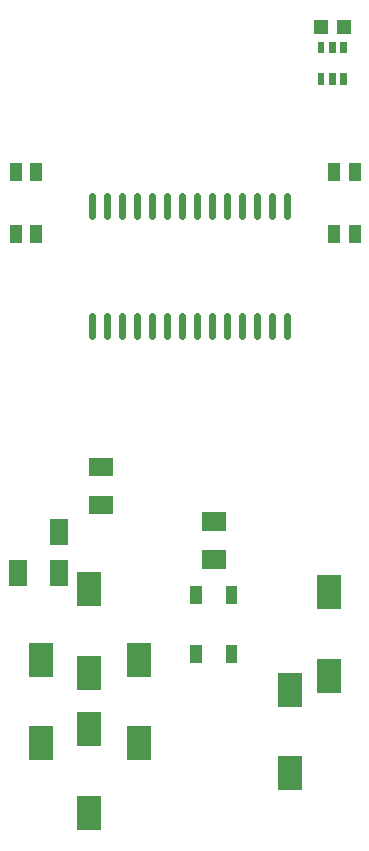
<source format=gtp>
G04 Layer: TopPasteMaskLayer*
G04 EasyEDA v6.3.53, 2020-06-09T14:14:43+03:00*
G04 a51f4f2b25e24b5fbe4c92ec4cc42c38,99c43f6f433d4c2593b99c8e01114625,10*
G04 Gerber Generator version 0.2*
G04 Scale: 100 percent, Rotated: No, Reflected: No *
G04 Dimensions in millimeters *
G04 leading zeros omitted , absolute positions ,3 integer and 3 decimal *
%FSLAX33Y33*%
%MOMM*%
G90*
G71D02*

%ADD12C,0.599999*%
%ADD15R,1.206500X1.206500*%
%ADD16R,0.999998X1.499997*%
%ADD17R,1.999996X1.600200*%
%ADD18R,1.499997X2.299995*%
%ADD20R,1.999996X2.999994*%

%LPD*%
G54D12*
G01X24003Y57088D02*
G01X24003Y55388D01*
G01X22733Y57088D02*
G01X22733Y55388D01*
G01X21463Y57088D02*
G01X21463Y55388D01*
G01X20193Y57088D02*
G01X20193Y55388D01*
G01X18923Y57088D02*
G01X18923Y55388D01*
G01X17653Y57088D02*
G01X17653Y55388D01*
G01X16383Y57088D02*
G01X16383Y55388D01*
G01X15113Y57088D02*
G01X15113Y55388D01*
G01X13843Y57088D02*
G01X13843Y55388D01*
G01X12573Y57088D02*
G01X12573Y55388D01*
G01X11303Y57088D02*
G01X11303Y55388D01*
G01X10033Y57088D02*
G01X10033Y55388D01*
G01X8763Y57088D02*
G01X8763Y55388D01*
G01X7493Y57088D02*
G01X7493Y55388D01*
G01X24003Y46973D02*
G01X24003Y45273D01*
G01X22733Y46973D02*
G01X22733Y45273D01*
G01X21463Y46973D02*
G01X21463Y45273D01*
G01X20193Y46973D02*
G01X20193Y45273D01*
G01X18923Y46973D02*
G01X18923Y45273D01*
G01X17653Y46973D02*
G01X17653Y45273D01*
G01X16383Y46973D02*
G01X16383Y45273D01*
G01X15113Y46973D02*
G01X15113Y45273D01*
G01X13843Y46973D02*
G01X13843Y45273D01*
G01X12573Y46973D02*
G01X12573Y45273D01*
G01X11303Y46973D02*
G01X11303Y45273D01*
G01X10033Y46973D02*
G01X10033Y45273D01*
G01X8763Y46973D02*
G01X8763Y45273D01*
G01X7493Y46973D02*
G01X7493Y45273D01*
G54D15*
G01X28829Y71374D03*
G01X26847Y71374D03*
G36*
G01X15781Y17579D02*
G01X15781Y19077D01*
G01X16779Y19077D01*
G01X16779Y17579D01*
G01X15781Y17579D01*
G37*
G36*
G01X18780Y17579D02*
G01X18780Y19077D01*
G01X19778Y19077D01*
G01X19778Y17579D01*
G01X18780Y17579D01*
G37*
G36*
G01X18780Y22578D02*
G01X18780Y24079D01*
G01X19778Y24079D01*
G01X19778Y22578D01*
G01X18780Y22578D01*
G37*
G36*
G01X15781Y22578D02*
G01X15781Y24079D01*
G01X16779Y24079D01*
G01X16779Y22578D01*
G01X15781Y22578D01*
G37*
G36*
G01X18780Y30340D02*
G01X18780Y28740D01*
G01X16779Y28740D01*
G01X16779Y30340D01*
G01X18780Y30340D01*
G37*
G36*
G01X18780Y27139D02*
G01X18780Y25539D01*
G01X16779Y25539D01*
G01X16779Y27139D01*
G01X18780Y27139D01*
G37*
G54D18*
G01X1170Y25173D03*
G01X4671Y25173D03*
G01X4671Y28673D03*
G36*
G01X29037Y70176D02*
G01X29037Y69175D01*
G01X28488Y69175D01*
G01X28488Y70176D01*
G01X29037Y70176D01*
G37*
G36*
G01X28087Y70176D02*
G01X28087Y69175D01*
G01X27538Y69175D01*
G01X27538Y70176D01*
G01X28087Y70176D01*
G37*
G36*
G01X27137Y70176D02*
G01X27137Y69175D01*
G01X26588Y69175D01*
G01X26588Y70176D01*
G01X27137Y70176D01*
G37*
G36*
G01X27137Y67476D02*
G01X27137Y66475D01*
G01X26588Y66475D01*
G01X26588Y67476D01*
G01X27137Y67476D01*
G37*
G36*
G01X29037Y67476D02*
G01X29037Y66475D01*
G01X28488Y66475D01*
G01X28488Y67476D01*
G01X29037Y67476D01*
G37*
G36*
G01X28087Y67476D02*
G01X28087Y66475D01*
G01X27538Y66475D01*
G01X27538Y67476D01*
G01X28087Y67476D01*
G37*
G54D17*
G01X8255Y34111D03*
G01X8255Y30912D03*
G54D16*
G01X1042Y59114D03*
G01X2742Y59114D03*
G01X1042Y53915D03*
G01X2742Y53915D03*
G01X29691Y53915D03*
G01X27991Y53915D03*
G01X29691Y59114D03*
G01X27991Y59114D03*
G54D20*
G01X3175Y10751D03*
G01X3175Y17850D03*
G01X7239Y16720D03*
G01X7239Y23819D03*
G01X7239Y4855D03*
G01X7239Y11955D03*
G01X11430Y10751D03*
G01X11430Y17850D03*
G01X24257Y8211D03*
G01X24257Y15310D03*
G01X27559Y16466D03*
G01X27559Y23565D03*
M00*
M02*

</source>
